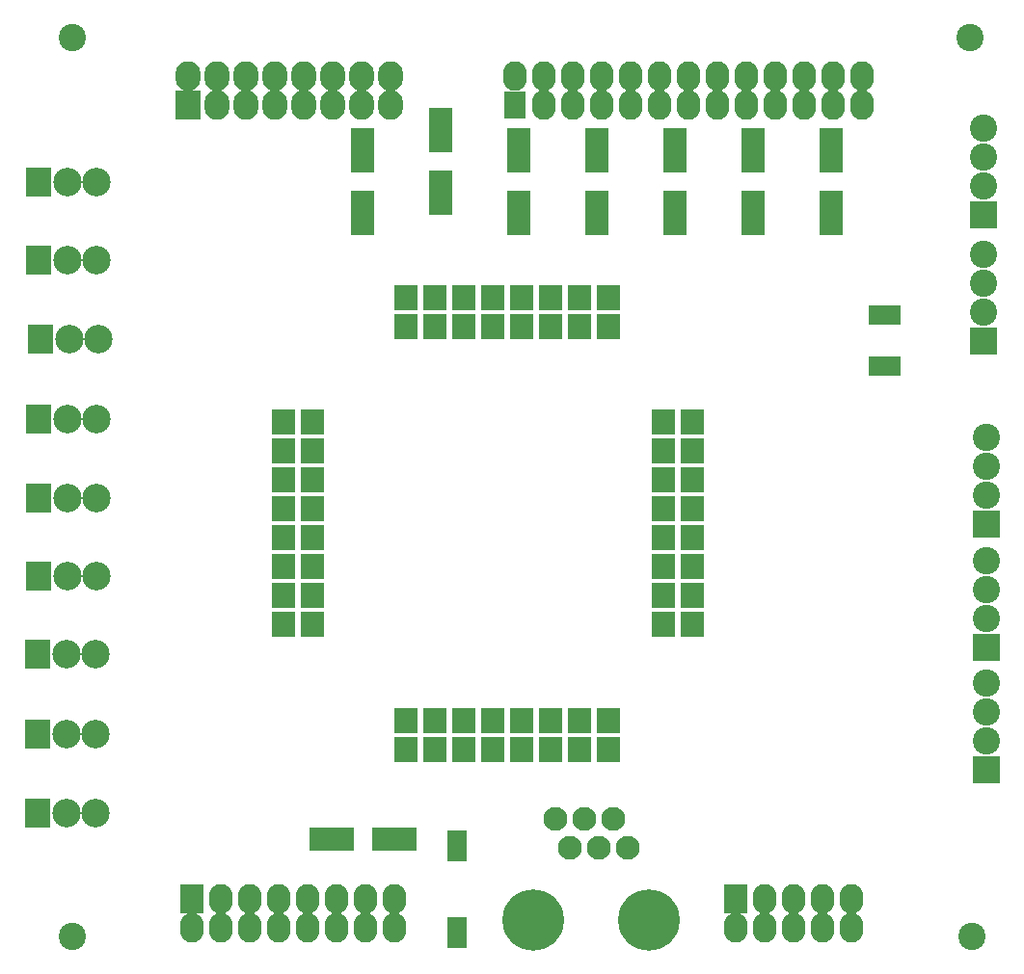
<source format=gts>
G04 #@! TF.FileFunction,Soldermask,Top*
%FSLAX46Y46*%
G04 Gerber Fmt 4.6, Leading zero omitted, Abs format (unit mm)*
G04 Created by KiCad (PCBNEW 4.0.6) date 01/14/18 21:20:21*
%MOMM*%
%LPD*%
G01*
G04 APERTURE LIST*
%ADD10C,0.150000*%
%ADD11O,2.080000X2.600000*%
%ADD12R,1.900000X2.400000*%
%ADD13O,2.200000X2.600000*%
%ADD14R,2.200000X2.600000*%
%ADD15C,2.400000*%
%ADD16R,2.299920X2.500580*%
%ADD17C,2.500580*%
%ADD18R,2.398980X2.398980*%
%ADD19C,2.398980*%
%ADD20R,2.100000X2.299920*%
%ADD21R,0.806400X1.670000*%
%ADD22C,2.100000*%
%ADD23C,5.400000*%
%ADD24R,2.100000X2.600000*%
%ADD25R,2.080000X2.600000*%
%ADD26R,1.700480X2.701240*%
%ADD27R,3.999180X2.000200*%
%ADD28R,2.000200X3.999180*%
G04 APERTURE END LIST*
D10*
D11*
X138303000Y-45847000D03*
X138303000Y-43307000D03*
X135763000Y-43307000D03*
X135763000Y-45847000D03*
X133223000Y-45847000D03*
X133223000Y-43307000D03*
X130683000Y-43307000D03*
X130683000Y-45847000D03*
X128143000Y-45847000D03*
X128143000Y-43307000D03*
X125603000Y-43307000D03*
X125603000Y-45847000D03*
X123063000Y-45847000D03*
X123063000Y-43307000D03*
X120523000Y-43307000D03*
X120523000Y-45847000D03*
X117983000Y-45847000D03*
X117983000Y-43307000D03*
X115443000Y-43307000D03*
X115443000Y-45847000D03*
D12*
X107823000Y-45847000D03*
D11*
X107823000Y-43307000D03*
X110363000Y-45847000D03*
X110363000Y-43307000D03*
X112903000Y-45847000D03*
X112903000Y-43307000D03*
D13*
X96901000Y-43307000D03*
X96901000Y-45847000D03*
X94361000Y-45847000D03*
X94361000Y-43307000D03*
X91821000Y-43307000D03*
X91821000Y-45847000D03*
X89281000Y-45847000D03*
X89281000Y-43307000D03*
X86741000Y-43307000D03*
X86741000Y-45847000D03*
D14*
X79121000Y-45847000D03*
D13*
X79121000Y-43307000D03*
X81661000Y-45847000D03*
X81661000Y-43307000D03*
X84201000Y-45847000D03*
X84201000Y-43307000D03*
D15*
X147828000Y-39878000D03*
X68961000Y-118872000D03*
X147955000Y-118872000D03*
X68961000Y-39878000D03*
D16*
X66040000Y-52578000D03*
D17*
X68580000Y-52578000D03*
X71120000Y-52578000D03*
D16*
X66040000Y-59436000D03*
D17*
X68580000Y-59436000D03*
X71120000Y-59436000D03*
D16*
X66167000Y-66421000D03*
D17*
X68707000Y-66421000D03*
X71247000Y-66421000D03*
D16*
X66040000Y-73406000D03*
D17*
X68580000Y-73406000D03*
X71120000Y-73406000D03*
D16*
X66040000Y-80391000D03*
D17*
X68580000Y-80391000D03*
X71120000Y-80391000D03*
D16*
X66040000Y-87249000D03*
D17*
X68580000Y-87249000D03*
X71120000Y-87249000D03*
D16*
X65913000Y-94107000D03*
D17*
X68453000Y-94107000D03*
X70993000Y-94107000D03*
D16*
X65913000Y-101092000D03*
D17*
X68453000Y-101092000D03*
X70993000Y-101092000D03*
D16*
X65913000Y-108077000D03*
D17*
X68453000Y-108077000D03*
X70993000Y-108077000D03*
D18*
X148971000Y-55499000D03*
D19*
X148971000Y-52959000D03*
X148971000Y-50419000D03*
X148971000Y-47879000D03*
D18*
X149225000Y-82677000D03*
D19*
X149225000Y-80137000D03*
X149225000Y-77597000D03*
X149225000Y-75057000D03*
D18*
X149225000Y-104267000D03*
D19*
X149225000Y-101727000D03*
X149225000Y-99187000D03*
X149225000Y-96647000D03*
D18*
X148971000Y-66548000D03*
D19*
X148971000Y-64008000D03*
X148971000Y-61468000D03*
X148971000Y-58928000D03*
D18*
X149225000Y-93472000D03*
D19*
X149225000Y-90932000D03*
X149225000Y-88392000D03*
X149225000Y-85852000D03*
D20*
X116078000Y-99946460D03*
X116078000Y-102486460D03*
X113538000Y-99946460D03*
X113538000Y-102486460D03*
X110998000Y-99946460D03*
X110998000Y-102486460D03*
X108458000Y-99946460D03*
X108458000Y-102486460D03*
X105918000Y-99946460D03*
X105918000Y-102486460D03*
X103378000Y-99946460D03*
X103378000Y-102486460D03*
X100838000Y-99946460D03*
X100838000Y-102486460D03*
X98298000Y-99946460D03*
X98298000Y-102486460D03*
X116078000Y-62738000D03*
X116078000Y-65278000D03*
X113538000Y-62738000D03*
X113538000Y-65278000D03*
X110998000Y-62738000D03*
X110998000Y-65278000D03*
X108458000Y-62738000D03*
X108458000Y-65278000D03*
X105918000Y-62738000D03*
X105918000Y-65278000D03*
X103378000Y-62738000D03*
X103378000Y-65278000D03*
X100838000Y-62738000D03*
X100838000Y-65278000D03*
X98298000Y-62738000D03*
X98298000Y-65278000D03*
X120904000Y-73660000D03*
X123444000Y-73660000D03*
X120904000Y-76200000D03*
X123444000Y-76200000D03*
X120904000Y-78740000D03*
X123444000Y-78740000D03*
X120904000Y-81280000D03*
X123444000Y-81280000D03*
X120904000Y-83820000D03*
X123444000Y-83820000D03*
X120904000Y-86360000D03*
X123444000Y-86360000D03*
X120904000Y-88900000D03*
X123444000Y-88900000D03*
X120904000Y-91440000D03*
X123444000Y-91440000D03*
X87503000Y-91440000D03*
X90043000Y-91440000D03*
X87503000Y-88900000D03*
X90043000Y-88900000D03*
X87503000Y-86360000D03*
X90043000Y-86360000D03*
X87503000Y-83820000D03*
X90043000Y-83820000D03*
X87503000Y-81280000D03*
X90043000Y-81280000D03*
X87503000Y-78740000D03*
X90043000Y-78740000D03*
X87503000Y-76200000D03*
X90043000Y-76200000D03*
X87503000Y-73660000D03*
X90043000Y-73660000D03*
D21*
X139357100Y-68770500D03*
X140004800Y-68770500D03*
X140665200Y-68770500D03*
X141312900Y-68770500D03*
X141312900Y-64325500D03*
X140665200Y-64325500D03*
X140004800Y-64325500D03*
X139357100Y-64325500D03*
D22*
X115189000Y-111125000D03*
X112649000Y-111125000D03*
X117729000Y-111125000D03*
X111379000Y-108585000D03*
X113919000Y-108585000D03*
X116459000Y-108585000D03*
D23*
X119634000Y-117475000D03*
X109474000Y-117475000D03*
D11*
X97282000Y-115570000D03*
X97282000Y-118110000D03*
X94742000Y-115570000D03*
X94742000Y-118110000D03*
X92202000Y-115570000D03*
X92202000Y-118110000D03*
X89662000Y-115570000D03*
X89662000Y-118110000D03*
X87122000Y-115570000D03*
X87122000Y-118110000D03*
X84582000Y-115570000D03*
X84582000Y-118110000D03*
X82042000Y-115570000D03*
X82042000Y-118110000D03*
D24*
X79502000Y-115570000D03*
D11*
X79502000Y-118110000D03*
X137414000Y-115570000D03*
X137414000Y-118110000D03*
X134874000Y-115570000D03*
X134874000Y-118110000D03*
X132334000Y-115570000D03*
X132334000Y-118110000D03*
X129794000Y-115570000D03*
X129794000Y-118110000D03*
D25*
X127254000Y-115570000D03*
D11*
X127254000Y-118110000D03*
D26*
X102743000Y-110934500D03*
X102743000Y-118554500D03*
D27*
X91737180Y-110363000D03*
X97238820Y-110363000D03*
D28*
X94488000Y-55328820D03*
X94488000Y-49827180D03*
X101346000Y-53550820D03*
X101346000Y-48049180D03*
X108204000Y-55328820D03*
X108204000Y-49827180D03*
X115062000Y-55328820D03*
X115062000Y-49827180D03*
X121920000Y-55328820D03*
X121920000Y-49827180D03*
X128778000Y-55328820D03*
X128778000Y-49827180D03*
X135636000Y-55328820D03*
X135636000Y-49827180D03*
M02*

</source>
